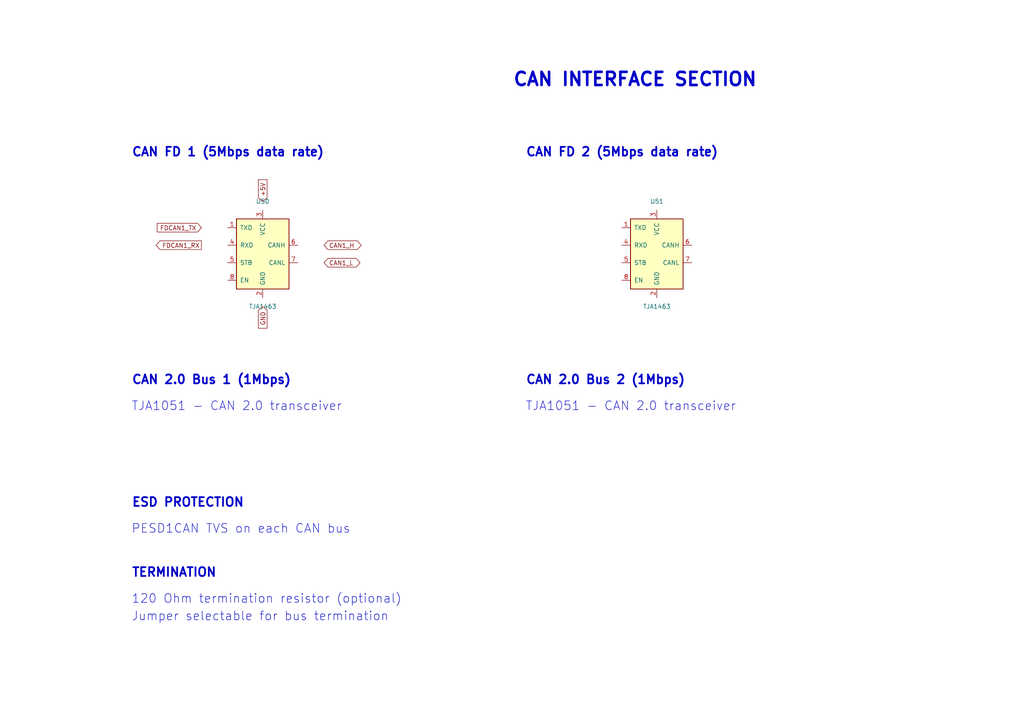
<source format=kicad_sch>
(kicad_sch (version 20231120) (generator "eeschema") (generator_version "8.0")
  (paper "A4")
  (title_block (title "PMU-30 CAN Interfaces") (date "2024-12-22") (rev "A") (company "R2 m-sport") (comment 1 "2x CAN FD + 2x CAN 2.0") (comment 2 "TJA1463 + TJA1051"))
  (lib_symbols
    (symbol "PMU30:TJA1463" (pin_names (offset 1.016))
      (property "Reference" "U" (at 0 12.7 0))
      (property "Value" "TJA1463" (at 0 -12.7 0))
      (symbol "TJA1463_0_1"
        (rectangle (start -7.62 10.16) (end 7.62 -10.16) (stroke (width 0.254)) (fill (type background)))
      )
      (symbol "TJA1463_1_1"
        (pin input line (at -10.16 7.62 0) (length 2.54) (name "TXD") (number "1"))
        (pin power_in line (at 0 -12.7 90) (length 2.54) (name "GND") (number "2"))
        (pin power_in line (at 0 12.7 270) (length 2.54) (name "VCC") (number "3"))
        (pin output line (at -10.16 2.54 0) (length 2.54) (name "RXD") (number "4"))
        (pin input line (at -10.16 -2.54 0) (length 2.54) (name "STB") (number "5"))
        (pin bidirectional line (at 10.16 2.54 180) (length 2.54) (name "CANH") (number "6"))
        (pin bidirectional line (at 10.16 -2.54 180) (length 2.54) (name "CANL") (number "7"))
        (pin input line (at -10.16 -7.62 0) (length 2.54) (name "EN") (number "8"))
      )
    )
  )
  (text "CAN INTERFACE SECTION" (at 148.59 25.4 0) (effects (font (size 3.81 3.81) (bold yes)) (justify left bottom)))
  (text "CAN FD 1 (5Mbps data rate)" (at 38.1 45.72 0) (effects (font (size 2.54 2.54) (bold yes)) (justify left bottom)))
  (symbol (lib_id "PMU30:TJA1463") (at 76.2 73.66 0) (unit 1)
    (property "Reference" "U50" (at 76.2 58.42 0))
    (property "Value" "TJA1463" (at 76.2 88.9 0))
    (property "Footprint" "Package_SO:SOIC-8_3.9x4.9mm_P1.27mm" (effects (hide yes)))
    (property "Datasheet" "https://www.nxp.com/docs/en/data-sheet/TJA1463.pdf" (effects (hide yes)))
  )
  (text "CAN FD 2 (5Mbps data rate)" (at 152.4 45.72 0) (effects (font (size 2.54 2.54) (bold yes)) (justify left bottom)))
  (symbol (lib_id "PMU30:TJA1463") (at 190.5 73.66 0) (unit 1)
    (property "Reference" "U51" (at 190.5 58.42 0))
    (property "Value" "TJA1463" (at 190.5 88.9 0))
    (property "Footprint" "Package_SO:SOIC-8_3.9x4.9mm_P1.27mm" (effects (hide yes)))
    (property "Datasheet" "https://www.nxp.com/docs/en/data-sheet/TJA1463.pdf" (effects (hide yes)))
  )
  (text "CAN 2.0 Bus 1 (1Mbps)" (at 38.1 111.76 0) (effects (font (size 2.54 2.54) (bold yes)) (justify left bottom)))
  (text "TJA1051 - CAN 2.0 transceiver" (at 38.1 119.38 0) (effects (font (size 2.54 2.54)) (justify left bottom)))
  (text "CAN 2.0 Bus 2 (1Mbps)" (at 152.4 111.76 0) (effects (font (size 2.54 2.54) (bold yes)) (justify left bottom)))
  (text "TJA1051 - CAN 2.0 transceiver" (at 152.4 119.38 0) (effects (font (size 2.54 2.54)) (justify left bottom)))
  (text "ESD PROTECTION" (at 38.1 147.32 0) (effects (font (size 2.54 2.54) (bold yes)) (justify left bottom)))
  (text "PESD1CAN TVS on each CAN bus" (at 38.1 154.94 0) (effects (font (size 2.54 2.54)) (justify left bottom)))
  (text "TERMINATION" (at 38.1 167.64 0) (effects (font (size 2.54 2.54) (bold yes)) (justify left bottom)))
  (text "120 Ohm termination resistor (optional)" (at 38.1 175.26 0) (effects (font (size 2.54 2.54)) (justify left bottom)))
  (text "Jumper selectable for bus termination" (at 38.1 180.34 0) (effects (font (size 2.54 2.54)) (justify left bottom)))
  (global_label "+5V" (shape input) (at 76.2 58.42 90) (property "Intersheetrefs" "${INTERSHEET_REFS}" (effects (hide yes))))
  (global_label "GND" (shape input) (at 76.2 88.9 270) (property "Intersheetrefs" "${INTERSHEET_REFS}" (effects (hide yes))))
  (global_label "FDCAN1_TX" (shape input) (at 58.42 66.04 180) (property "Intersheetrefs" "${INTERSHEET_REFS}" (effects (hide yes))))
  (global_label "FDCAN1_RX" (shape output) (at 58.42 71.12 180) (property "Intersheetrefs" "${INTERSHEET_REFS}" (effects (hide yes))))
  (global_label "CAN1_H" (shape bidirectional) (at 93.98 71.12 0) (property "Intersheetrefs" "${INTERSHEET_REFS}" (effects (hide yes))))
  (global_label "CAN1_L" (shape bidirectional) (at 93.98 76.2 0) (property "Intersheetrefs" "${INTERSHEET_REFS}" (effects (hide yes))))
)
</source>
